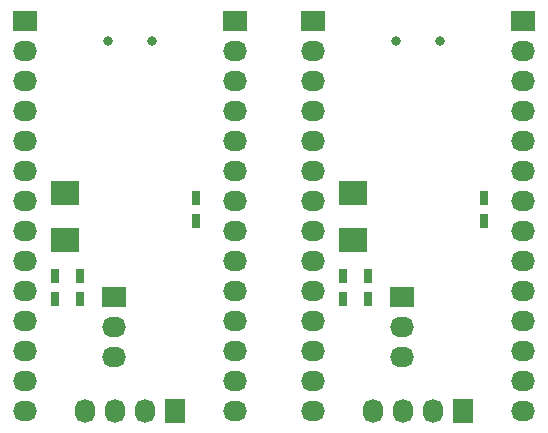
<source format=gbr>
G04 #@! TF.FileFunction,Soldermask,Bot*
%FSLAX46Y46*%
G04 Gerber Fmt 4.6, Leading zero omitted, Abs format (unit mm)*
G04 Created by KiCad (PCBNEW 4.0.2+dfsg1-stable) date So 12. marec 2016, 22:26:04 CET*
%MOMM*%
G01*
G04 APERTURE LIST*
%ADD10C,0.100000*%
%ADD11R,0.750000X1.200000*%
%ADD12R,2.032000X1.727200*%
%ADD13O,2.032000X1.727200*%
%ADD14R,1.727200X2.032000*%
%ADD15O,1.727200X2.032000*%
%ADD16C,0.800000*%
%ADD17R,2.400000X2.000000*%
G04 APERTURE END LIST*
D10*
D11*
X136715500Y-125791000D03*
X136715500Y-123891000D03*
X134620000Y-125791000D03*
X134620000Y-123891000D03*
X146558000Y-119187000D03*
X146558000Y-117287000D03*
D12*
X132080000Y-102235000D03*
D13*
X132080000Y-104775000D03*
X132080000Y-107315000D03*
X132080000Y-109855000D03*
X132080000Y-112395000D03*
X132080000Y-114935000D03*
X132080000Y-117475000D03*
X132080000Y-120015000D03*
X132080000Y-122555000D03*
X132080000Y-125095000D03*
X132080000Y-127635000D03*
X132080000Y-130175000D03*
X132080000Y-132715000D03*
X132080000Y-135255000D03*
D14*
X144780000Y-135255000D03*
D15*
X142240000Y-135255000D03*
X139700000Y-135255000D03*
X137160000Y-135255000D03*
D12*
X149860000Y-102235000D03*
D13*
X149860000Y-104775000D03*
X149860000Y-107315000D03*
X149860000Y-109855000D03*
X149860000Y-112395000D03*
X149860000Y-114935000D03*
X149860000Y-117475000D03*
X149860000Y-120015000D03*
X149860000Y-122555000D03*
X149860000Y-125095000D03*
X149860000Y-127635000D03*
X149860000Y-130175000D03*
X149860000Y-132715000D03*
X149860000Y-135255000D03*
D12*
X139636500Y-125603000D03*
D13*
X139636500Y-128143000D03*
X139636500Y-130683000D03*
D16*
X142870000Y-103930000D03*
X139070000Y-103930000D03*
D17*
X135445500Y-116808500D03*
X135445500Y-120808500D03*
D11*
X136715500Y-125791000D03*
X136715500Y-123891000D03*
X134620000Y-125791000D03*
X134620000Y-123891000D03*
X146558000Y-119187000D03*
X146558000Y-117287000D03*
D12*
X132080000Y-102235000D03*
D13*
X132080000Y-104775000D03*
X132080000Y-107315000D03*
X132080000Y-109855000D03*
X132080000Y-112395000D03*
X132080000Y-114935000D03*
X132080000Y-117475000D03*
X132080000Y-120015000D03*
X132080000Y-122555000D03*
X132080000Y-125095000D03*
X132080000Y-127635000D03*
X132080000Y-130175000D03*
X132080000Y-132715000D03*
X132080000Y-135255000D03*
D14*
X144780000Y-135255000D03*
D15*
X142240000Y-135255000D03*
X139700000Y-135255000D03*
X137160000Y-135255000D03*
D12*
X149860000Y-102235000D03*
D13*
X149860000Y-104775000D03*
X149860000Y-107315000D03*
X149860000Y-109855000D03*
X149860000Y-112395000D03*
X149860000Y-114935000D03*
X149860000Y-117475000D03*
X149860000Y-120015000D03*
X149860000Y-122555000D03*
X149860000Y-125095000D03*
X149860000Y-127635000D03*
X149860000Y-130175000D03*
X149860000Y-132715000D03*
X149860000Y-135255000D03*
D12*
X139636500Y-125603000D03*
D13*
X139636500Y-128143000D03*
X139636500Y-130683000D03*
D16*
X142870000Y-103930000D03*
X139070000Y-103930000D03*
D17*
X135445500Y-116808500D03*
X135445500Y-120808500D03*
D11*
X161099500Y-125791000D03*
X161099500Y-123891000D03*
X159004000Y-125791000D03*
X159004000Y-123891000D03*
X170942000Y-119187000D03*
X170942000Y-117287000D03*
D12*
X156464000Y-102235000D03*
D13*
X156464000Y-104775000D03*
X156464000Y-107315000D03*
X156464000Y-109855000D03*
X156464000Y-112395000D03*
X156464000Y-114935000D03*
X156464000Y-117475000D03*
X156464000Y-120015000D03*
X156464000Y-122555000D03*
X156464000Y-125095000D03*
X156464000Y-127635000D03*
X156464000Y-130175000D03*
X156464000Y-132715000D03*
X156464000Y-135255000D03*
D14*
X169164000Y-135255000D03*
D15*
X166624000Y-135255000D03*
X164084000Y-135255000D03*
X161544000Y-135255000D03*
D12*
X174244000Y-102235000D03*
D13*
X174244000Y-104775000D03*
X174244000Y-107315000D03*
X174244000Y-109855000D03*
X174244000Y-112395000D03*
X174244000Y-114935000D03*
X174244000Y-117475000D03*
X174244000Y-120015000D03*
X174244000Y-122555000D03*
X174244000Y-125095000D03*
X174244000Y-127635000D03*
X174244000Y-130175000D03*
X174244000Y-132715000D03*
X174244000Y-135255000D03*
D12*
X164020500Y-125603000D03*
D13*
X164020500Y-128143000D03*
X164020500Y-130683000D03*
D16*
X167254000Y-103930000D03*
X163454000Y-103930000D03*
D17*
X159829500Y-116808500D03*
X159829500Y-120808500D03*
M02*

</source>
